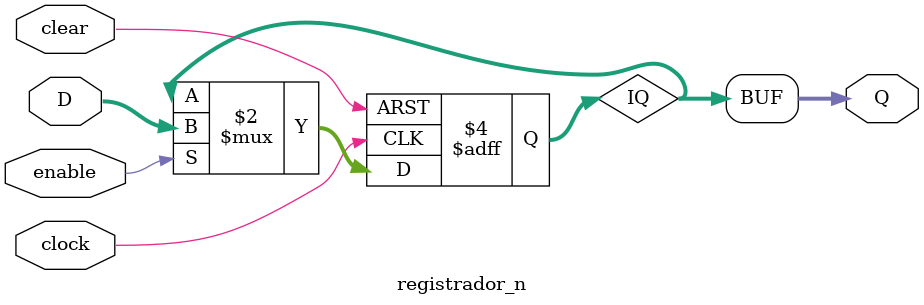
<source format=v>
/* -----------------Laboratorio Digital-----------------------------------
 *  Arquivo   : registrador_n.v
 * -----------------------------------------------------------------------
 *  Descricao : registrador com numero de bits N como parametro
 *              com clear assincrono e carga sincrona
 * 
 *              baseado no codigo vreg16.v do livro
 *              J. Wakerly, Digital design: principles and practices 5e
 *
 * -----------------------------------------------------------------------
 *  Revisoes  :
 *      Data        Versao  Autor             Descricao
 *      11/01/2024  1.0     Edson Midorikawa  criacao
 * -----------------------------------------------------------------------
 */
 
module registrador_n #(parameter N = 8) (
    input          clock,
    input          clear,
    input          enable,
    input  [N-1:0] D,
    output [N-1:0] Q
);

    reg [N-1:0] IQ;

    always @(posedge clock or posedge clear) begin
        if (clear)
            IQ <= 0;
        else if (enable)
            IQ <= D;
    end

    assign Q = IQ;

endmodule
</source>
